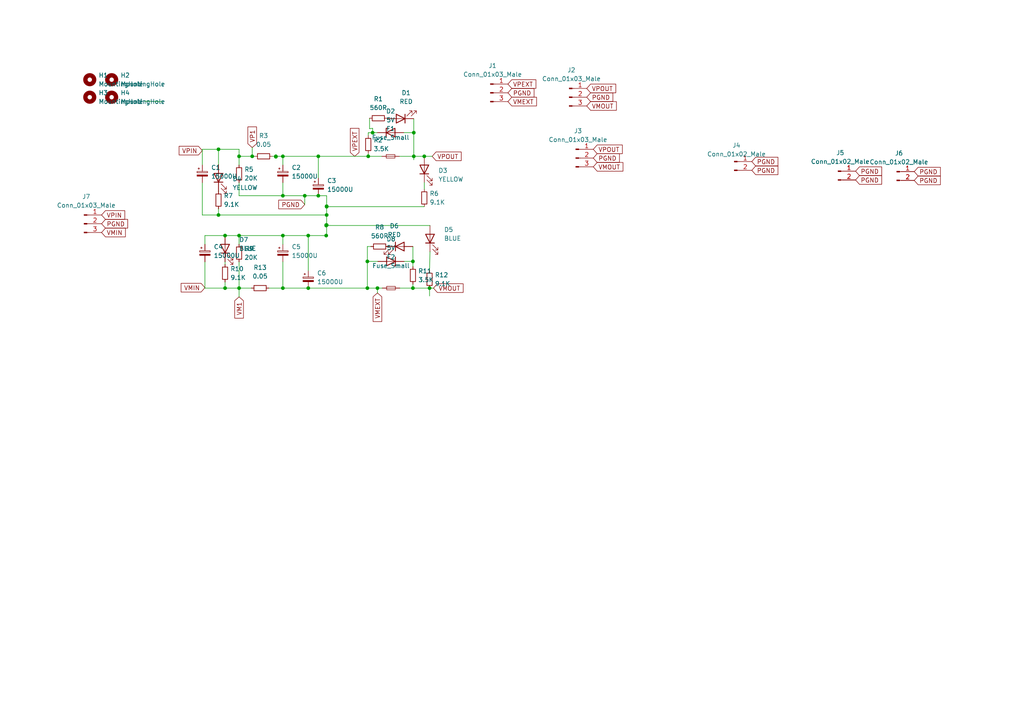
<source format=kicad_sch>
(kicad_sch (version 20211123) (generator eeschema)
  (paper "A4")
  (lib_symbols
    (symbol "Connector:Conn_01x02_Male" (pin_names (offset 1.016) hide)
      (property "Reference" "J" (at 0 2.54 0))
      (property "Value" "Conn_01x02_Male" (at 0 -5.08 0))
      (symbol "Conn_01x02_Male_1_1"
        (polyline (pts (xy 1.27 -2.54) (xy 0.8636 -2.54)) (stroke (width 0.1524)))
        (polyline (pts (xy 1.27 0) (xy 0.8636 0)) (stroke (width 0.1524)))
        (rectangle (start 0.8636 -2.413) (end 0 -2.667) (stroke (width 0.1524)) (fill (type outline)))
        (rectangle (start 0.8636 0.127) (end 0 -0.127) (stroke (width 0.1524)) (fill (type outline)))
        (pin passive line (at 5.08 0 180) (length 3.81) (name "Pin_1") (number "1"))
        (pin passive line (at 5.08 -2.54 180) (length 3.81) (name "Pin_2") (number "2"))
      )
    )
    (symbol "Connector:Conn_01x03_Male" (pin_names (offset 1.016) hide)
      (property "Reference" "J" (at 0 5.08 0))
      (property "Value" "Conn_01x03_Male" (at 0 -5.08 0))
      (symbol "Conn_01x03_Male_1_1"
        (polyline (pts (xy 1.27 -2.54) (xy 0.8636 -2.54)) (stroke (width 0.1524)))
        (polyline (pts (xy 1.27 0) (xy 0.8636 0)) (stroke (width 0.1524)))
        (polyline (pts (xy 1.27 2.54) (xy 0.8636 2.54)) (stroke (width 0.1524)))
        (rectangle (start 0.8636 -2.413) (end 0 -2.667) (stroke (width 0.1524)) (fill (type outline)))
        (rectangle (start 0.8636 0.127) (end 0 -0.127) (stroke (width 0.1524)) (fill (type outline)))
        (rectangle (start 0.8636 2.667) (end 0 2.413) (stroke (width 0.1524)) (fill (type outline)))
        (pin passive line (at 5.08 2.54 180) (length 3.81) (name "Pin_1") (number "1"))
        (pin passive line (at 5.08 0 180) (length 3.81) (name "Pin_2") (number "2"))
        (pin passive line (at 5.08 -2.54 180) (length 3.81) (name "Pin_3") (number "3"))
      )
    )
    (symbol "Device:C_Polarized_Small" (pin_numbers hide) (pin_names (offset 0.254) hide)
      (property "Reference" "C" (at 0.254 1.778 0))
      (property "Value" "C_Polarized_Small" (at 0.254 -2.032 0))
      (symbol "C_Polarized_Small_0_1"
        (rectangle (start -1.524 -0.3048) (end 1.524 -0.6858) (fill (type outline)))
        (rectangle (start -1.524 0.6858) (end 1.524 0.3048))
        (polyline (pts (xy -1.27 1.524) (xy -0.762 1.524)))
        (polyline (pts (xy -1.016 1.27) (xy -1.016 1.778)))
      )
      (symbol "C_Polarized_Small_1_1"
        (pin passive line (at 0 2.54 270) (length 1.8542) (name "~") (number "1"))
        (pin passive line (at 0 -2.54 90) (length 1.8542) (name "~") (number "2"))
      )
    )
    (symbol "Device:D_Zener" (pin_numbers hide) (pin_names (offset 1.016) hide)
      (property "Reference" "D" (at 0 2.54 0))
      (property "Value" "D_Zener" (at 0 -2.54 0))
      (symbol "D_Zener_0_1"
        (polyline (pts (xy 1.27 0) (xy -1.27 0)))
        (polyline (pts (xy -1.27 -1.27) (xy -1.27 1.27) (xy -0.762 1.27)) (stroke (width 0.254)))
        (polyline (pts (xy 1.27 -1.27) (xy 1.27 1.27) (xy -1.27 0) (xy 1.27 -1.27)) (stroke (width 0.254)))
      )
      (symbol "D_Zener_1_1"
        (pin passive line (at -3.81 0 0) (length 2.54) (name "K") (number "1"))
        (pin passive line (at 3.81 0 180) (length 2.54) (name "A") (number "2"))
      )
    )
    (symbol "Device:Fuse_Small" (pin_numbers hide) (pin_names (offset 0.254) hide)
      (property "Reference" "F" (at 0 -1.524 0))
      (property "Value" "Fuse_Small" (at 0 1.524 0))
      (symbol "Fuse_Small_0_1"
        (rectangle (start -1.27 0.508) (end 1.27 -0.508))
        (polyline (pts (xy -1.27 0) (xy 1.27 0)))
      )
      (symbol "Fuse_Small_1_1"
        (pin passive line (at -2.54 0 0) (length 1.27) (name "~") (number "1"))
        (pin passive line (at 2.54 0 180) (length 1.27) (name "~") (number "2"))
      )
    )
    (symbol "Device:LED" (pin_numbers hide) (pin_names (offset 1.016) hide)
      (property "Reference" "D" (at 0 2.54 0))
      (property "Value" "LED" (at 0 -2.54 0))
      (symbol "LED_0_1"
        (polyline (pts (xy -1.27 -1.27) (xy -1.27 1.27)) (stroke (width 0.254)))
        (polyline (pts (xy -1.27 0) (xy 1.27 0)))
        (polyline (pts (xy 1.27 -1.27) (xy 1.27 1.27) (xy -1.27 0) (xy 1.27 -1.27)) (stroke (width 0.254)))
        (polyline (pts (xy -3.048 -0.762) (xy -4.572 -2.286) (xy -3.81 -2.286) (xy -4.572 -2.286) (xy -4.572 -1.524)))
        (polyline (pts (xy -1.778 -0.762) (xy -3.302 -2.286) (xy -2.54 -2.286) (xy -3.302 -2.286) (xy -3.302 -1.524)))
      )
      (symbol "LED_1_1"
        (pin passive line (at -3.81 0 0) (length 2.54) (name "K") (number "1"))
        (pin passive line (at 3.81 0 180) (length 2.54) (name "A") (number "2"))
      )
    )
    (symbol "Device:R_Small" (pin_numbers hide) (pin_names (offset 0.254) hide)
      (property "Reference" "R" (at 0.762 0.508 0))
      (property "Value" "R_Small" (at 0.762 -1.016 0))
      (symbol "R_Small_0_1"
        (rectangle (start -0.762 1.778) (end 0.762 -1.778) (stroke (width 0.2032)))
      )
      (symbol "R_Small_1_1"
        (pin passive line (at 0 2.54 270) (length 0.762) (name "~") (number "1"))
        (pin passive line (at 0 -2.54 90) (length 0.762) (name "~") (number "2"))
      )
    )
    (symbol "Mechanical:MountingHole" (pin_names (offset 1.016))
      (property "Reference" "H" (at 0 5.08 0))
      (property "Value" "MountingHole" (at 0 3.175 0))
      (symbol "MountingHole_0_1"
        (circle (center 0 0) (radius 1.27) (stroke (width 1.27)))
      )
    )
  )
  (junction (at 106.553 83.566))
  (junction (at 94.615 65.278))
  (junction (at 65.278 68.326))
  (junction (at 69.342 68.326))
  (junction (at 123.063 45.339))
  (junction (at 92.329 45.339))
  (junction (at 94.742 65.278))
  (junction (at 94.742 59.817))
  (junction (at 80.01 45.339))
  (junction (at 89.408 83.566))
  (junction (at 69.342 45.339))
  (junction (at 120.015 45.339))
  (junction (at 108.077 38.481))
  (junction (at 73.152 45.339))
  (junction (at 94.742 62.357))
  (junction (at 119.761 75.819))
  (junction (at 82.042 83.566))
  (junction (at 88.392 56.769))
  (junction (at 63.373 43.307))
  (junction (at 109.474 83.566))
  (junction (at 120.015 38.481))
  (junction (at 82.042 45.339))
  (junction (at 82.042 68.326))
  (junction (at 94.615 68.326))
  (junction (at 89.408 68.326))
  (junction (at 82.042 56.769))
  (junction (at 65.278 83.566))
  (junction (at 69.342 83.566))
  (junction (at 80.01 45.466))
  (junction (at 92.329 56.769))
  (junction (at 106.807 45.339))
  (junction (at 124.587 83.566))
  (junction (at 94.615 65.405))
  (junction (at 94.742 59.944))
  (junction (at 106.553 75.819))
  (junction (at 119.761 83.566))
  (junction (at 63.373 62.357))
  (wire (pts (xy 59.436 68.326) (xy 65.278 68.326)))
  (wire (pts (xy 65.278 68.326) (xy 69.342 68.326)))
  (wire (pts (xy 94.742 59.817) (xy 94.742 59.944)))
  (wire (pts (xy 120.015 38.481) (xy 120.015 45.339)))
  (wire (pts (xy 119.761 75.819) (xy 119.761 77.343)))
  (wire (pts (xy 69.342 45.339) (xy 69.342 47.879)))
  (wire (pts (xy 82.042 68.326) (xy 89.408 68.326)))
  (wire (pts (xy 69.342 68.326) (xy 82.042 68.326)))
  (wire (pts (xy 65.278 83.566) (xy 69.342 83.566)))
  (wire (pts (xy 69.342 83.566) (xy 69.342 86.106)))
  (wire (pts (xy 89.408 78.486) (xy 89.408 68.326)))
  (wire (pts (xy 58.674 43.307) (xy 58.674 47.879)))
  (wire (pts (xy 107.188 37.338) (xy 108.077 37.211)))
  (wire (pts (xy 92.329 51.689) (xy 92.329 45.339)))
  (wire (pts (xy 117.221 75.819) (xy 119.761 75.819)))
  (wire (pts (xy 78.994 45.339) (xy 80.01 45.339)))
  (wire (pts (xy 63.373 47.752) (xy 63.373 43.307)))
  (wire (pts (xy 94.615 65.405) (xy 94.615 65.278)))
  (wire (pts (xy 106.807 38.481) (xy 106.807 39.37)))
  (wire (pts (xy 80.01 45.339) (xy 82.042 45.339)))
  (wire (pts (xy 123.063 45.339) (xy 125.349 45.339)))
  (wire (pts (xy 82.042 45.339) (xy 92.329 45.339)))
  (wire (pts (xy 117.094 38.481) (xy 120.015 38.481)))
  (wire (pts (xy 88.392 56.769) (xy 92.329 56.769)))
  (wire (pts (xy 58.674 43.307) (xy 63.373 43.307)))
  (wire (pts (xy 124.714 73.025) (xy 124.587 78.486)))
  (wire (pts (xy 82.042 56.769) (xy 82.042 52.959)))
  (wire (pts (xy 119.761 82.423) (xy 119.761 83.566)))
  (wire (pts (xy 109.601 75.819) (xy 106.553 75.819)))
  (wire (pts (xy 63.373 55.499) (xy 63.373 55.372)))
  (wire (pts (xy 124.587 83.566) (xy 124.587 85.852)))
  (wire (pts (xy 92.329 56.769) (xy 94.742 56.769)))
  (wire (pts (xy 92.329 45.339) (xy 106.807 45.339)))
  (wire (pts (xy 80.01 45.339) (xy 80.01 45.466)))
  (wire (pts (xy 106.553 83.566) (xy 109.474 83.566)))
  (wire (pts (xy 69.342 56.769) (xy 82.042 56.769)))
  (wire (pts (xy 106.807 45.339) (xy 110.744 45.339)))
  (wire (pts (xy 94.615 68.326) (xy 94.742 68.326)))
  (wire (pts (xy 109.474 83.566) (xy 110.871 83.566)))
  (wire (pts (xy 119.761 83.566) (xy 124.587 83.566)))
  (wire (pts (xy 106.807 38.481) (xy 108.077 38.481)))
  (wire (pts (xy 58.674 52.959) (xy 58.674 62.357)))
  (wire (pts (xy 59.436 83.566) (xy 65.278 83.566)))
  (wire (pts (xy 89.408 83.566) (xy 106.553 83.566)))
  (wire (pts (xy 94.742 56.769) (xy 94.742 59.817)))
  (wire (pts (xy 123.063 54.864) (xy 123.063 52.959)))
  (wire (pts (xy 58.674 62.357) (xy 63.373 62.357)))
  (wire (pts (xy 94.742 59.944) (xy 94.742 62.357)))
  (wire (pts (xy 63.373 43.307) (xy 69.342 43.307)))
  (wire (pts (xy 69.342 75.946) (xy 69.342 83.566)))
  (wire (pts (xy 65.278 75.946) (xy 65.278 76.708)))
  (wire (pts (xy 82.042 56.769) (xy 88.392 56.769)))
  (wire (pts (xy 94.742 62.357) (xy 94.742 65.278)))
  (wire (pts (xy 106.553 71.501) (xy 107.569 71.501)))
  (wire (pts (xy 77.978 83.566) (xy 82.042 83.566)))
  (wire (pts (xy 82.042 68.326) (xy 82.042 70.866)))
  (wire (pts (xy 88.392 56.769) (xy 88.392 59.309)))
  (wire (pts (xy 46.99 29.464) (xy 41.91 29.337)))
  (wire (pts (xy 112.141 71.501) (xy 112.649 71.501)))
  (wire (pts (xy 120.015 45.339) (xy 123.063 45.339)))
  (wire (pts (xy 63.373 60.579) (xy 63.373 62.357)))
  (wire (pts (xy 115.824 45.339) (xy 120.015 45.339)))
  (wire (pts (xy 65.278 81.788) (xy 65.278 83.566)))
  (wire (pts (xy 124.587 83.566) (xy 125.73 83.566)))
  (wire (pts (xy 122.174 81.407) (xy 122.174 81.788)))
  (wire (pts (xy 119.761 71.501) (xy 119.761 75.819)))
  (wire (pts (xy 59.436 70.866) (xy 59.436 68.326)))
  (wire (pts (xy 69.342 52.959) (xy 69.342 56.769)))
  (wire (pts (xy 69.342 43.307) (xy 69.342 45.339)))
  (wire (pts (xy 94.742 65.278) (xy 94.742 68.326)))
  (wire (pts (xy 73.152 45.339) (xy 73.914 45.339)))
  (wire (pts (xy 82.042 45.339) (xy 82.042 47.879)))
  (wire (pts (xy 94.742 59.944) (xy 123.063 59.944)))
  (wire (pts (xy 106.553 71.501) (xy 106.553 75.819)))
  (wire (pts (xy 109.474 83.566) (xy 109.474 84.963)))
  (wire (pts (xy 106.807 44.45) (xy 106.807 45.339)))
  (wire (pts (xy 108.077 38.481) (xy 109.474 38.481)))
  (wire (pts (xy 73.152 42.799) (xy 73.152 45.339)))
  (wire (pts (xy 107.188 34.29) (xy 107.188 37.338)))
  (wire (pts (xy 82.042 83.566) (xy 89.408 83.566)))
  (wire (pts (xy 106.553 75.819) (xy 106.553 83.566)))
  (wire (pts (xy 82.042 75.946) (xy 82.042 83.566)))
  (wire (pts (xy 108.077 37.211) (xy 108.077 38.481)))
  (wire (pts (xy 89.408 68.326) (xy 94.615 68.326)))
  (wire (pts (xy 120.015 45.339) (xy 120.015 46.355)))
  (wire (pts (xy 69.342 68.326) (xy 69.342 70.866)))
  (wire (pts (xy 63.373 62.357) (xy 94.742 62.357)))
  (wire (pts (xy 120.015 34.417) (xy 120.015 38.481)))
  (wire (pts (xy 94.615 65.278) (xy 94.742 65.278)))
  (wire (pts (xy 94.615 65.405) (xy 124.714 65.405)))
  (wire (pts (xy 59.436 75.946) (xy 59.436 83.566)))
  (wire (pts (xy 69.342 45.339) (xy 73.152 45.339)))
  (wire (pts (xy 115.951 83.566) (xy 119.761 83.566)))
  (wire (pts (xy 69.342 83.566) (xy 72.898 83.566)))
  (wire (pts (xy 112.395 34.417) (xy 112.268 34.29)))
  (global_label "VMEXT" (shape input) (at 109.474 84.963 270) (property "Intersheet References" "${INTERSHEET_REFS}" (effects hide)))
  (global_label "VMIN" (shape input) (at 59.436 83.439 180) (property "Intersheet References" "${INTERSHEET_REFS}" (effects hide)))
  (global_label "VP1" (shape input) (at 73.152 42.799 90) (property "Intersheet References" "${INTERSHEET_REFS}" (effects hide)))
  (global_label "PGND" (shape input) (at 170.18 28.194 0) (property "Intersheet References" "${INTERSHEET_REFS}" (effects hide)))
  (global_label "PGND" (shape input) (at 218.059 49.403 0) (property "Intersheet References" "${INTERSHEET_REFS}" (effects hide)))
  (global_label "VPOUT" (shape input) (at 170.18 25.654 0) (property "Intersheet References" "${INTERSHEET_REFS}" (effects hide)))
  (global_label "PGND" (shape input) (at 147.32 26.924 0) (property "Intersheet References" "${INTERSHEET_REFS}" (effects hide)))
  (global_label "VMOUT" (shape input) (at 125.73 83.566 0) (property "Intersheet References" "${INTERSHEET_REFS}" (effects hide)))
  (global_label "VPIN" (shape input) (at 29.464 62.357 0) (property "Intersheet References" "${INTERSHEET_REFS}" (effects hide)))
  (global_label "VPOUT" (shape input) (at 172.085 43.307 0) (property "Intersheet References" "${INTERSHEET_REFS}" (effects hide)))
  (global_label "VMEXT" (shape input) (at 147.32 29.464 0) (property "Intersheet References" "${INTERSHEET_REFS}" (effects hide)))
  (global_label "VPEXT" (shape input) (at 102.87 45.339 90) (property "Intersheet References" "${INTERSHEET_REFS}" (effects hide)))
  (global_label "VM1" (shape input) (at 69.342 86.106 270) (property "Intersheet References" "${INTERSHEET_REFS}" (effects hide)))
  (global_label "VPIN" (shape input) (at 58.674 43.688 180) (property "Intersheet References" "${INTERSHEET_REFS}" (effects hide)))
  (global_label "VMOUT" (shape input) (at 170.18 30.734 0) (property "Intersheet References" "${INTERSHEET_REFS}" (effects hide)))
  (global_label "PGND" (shape input) (at 248.158 52.197 0) (property "Intersheet References" "${INTERSHEET_REFS}" (effects hide)))
  (global_label "PGND" (shape input) (at 172.085 45.847 0) (property "Intersheet References" "${INTERSHEET_REFS}" (effects hide)))
  (global_label "PGND" (shape input) (at 265.176 52.324 0) (property "Intersheet References" "${INTERSHEET_REFS}" (effects hide)))
  (global_label "PGND" (shape input) (at 248.158 49.657 0) (property "Intersheet References" "${INTERSHEET_REFS}" (effects hide)))
  (global_label "VMOUT" (shape input) (at 172.085 48.387 0) (property "Intersheet References" "${INTERSHEET_REFS}" (effects hide)))
  (global_label "PGND" (shape input) (at 218.059 46.863 0) (property "Intersheet References" "${INTERSHEET_REFS}" (effects hide)))
  (global_label "PGND" (shape input) (at 265.176 49.784 0) (property "Intersheet References" "${INTERSHEET_REFS}" (effects hide)))
  (global_label "PGND" (shape input) (at 88.392 59.309 180) (property "Intersheet References" "${INTERSHEET_REFS}" (effects hide)))
  (global_label "VPEXT" (shape input) (at 147.32 24.384 0) (property "Intersheet References" "${INTERSHEET_REFS}" (effects hide)))
  (global_label "VMIN" (shape input) (at 29.464 67.437 0) (property "Intersheet References" "${INTERSHEET_REFS}" (effects hide)))
  (global_label "PGND" (shape input) (at 29.464 64.897 0) (property "Intersheet References" "${INTERSHEET_REFS}" (effects hide)))
  (global_label "VPOUT" (shape input) (at 125.349 45.339 0) (property "Intersheet References" "${INTERSHEET_REFS}" (effects hide)))
  (symbol (lib_id "Device:LED") (at 115.951 71.501 0) (unit 1)
    (property "Reference" "D6" (at 114.3635 65.532 0))
    (property "Value" "RED" (at 114.3635 68.072 0))
    (property "Footprint" "LED_SMD:LED_0805_2012Metric_Pad1.15x1.40mm_HandSolder" (effects hide))
  )
  (symbol (lib_id "Device:R_Small") (at 75.438 83.566 90) (unit 1)
    (property "Reference" "R13" (at 75.438 77.597 90))
    (property "Value" "0.05" (at 75.438 80.137 90))
    (property "Footprint" "Resistor_SMD:R_0612_1632Metric_Pad1.18x3.40mm_HandSolder" (effects hide))
  )
  (symbol (lib_id "Connector:Conn_01x02_Male") (at 243.078 49.657 0) (unit 1)
    (property "Reference" "J5" (at 243.713 44.323 0))
    (property "Value" "Conn_01x02_Male" (at 243.713 46.863 0))
    (property "Footprint" "Connector_JST:JST_PH_B2B-PH-K_1x02_P2.00mm_Vertical" (effects hide))
  )
  (symbol (lib_id "Connector:Conn_01x03_Male") (at 142.24 26.924 0) (unit 1)
    (property "Reference" "J1" (at 142.875 19.05 0))
    (property "Value" "Conn_01x03_Male" (at 142.875 21.59 0))
    (property "Footprint" "Connector_JST:JST_VH_B3P-VH_1x03_P3.96mm_Vertical" (effects hide))
  )
  (symbol (lib_id "Device:C_Polarized_Small") (at 82.042 73.406 0) (unit 1)
    (property "Reference" "C5" (at 84.582 71.5898 0) (effects (justify left)))
    (property "Value" "15000U" (at 84.582 74.1298 0) (effects (justify left)))
    (property "Footprint" "Capacitor_THT:CP_Radial_D30.0mm_P10.00mm_SnapIn" (effects hide))
  )
  (symbol (lib_id "Device:R_Small") (at 123.063 57.404 0) (unit 1)
    (property "Reference" "R6" (at 124.587 56.1339 0) (effects (justify left)))
    (property "Value" "9.1K" (at 124.587 58.6739 0) (effects (justify left)))
    (property "Footprint" "Resistor_SMD:R_0805_2012Metric_Pad1.20x1.40mm_HandSolder" (effects hide))
  )
  (symbol (lib_id "Mechanical:MountingHole") (at 26.035 28.194 0) (unit 1)
    (property "Reference" "H3" (at 28.575 26.9239 0) (effects (justify left)))
    (property "Value" "MountingHole" (at 28.575 29.4639 0) (effects (justify left)))
    (property "Footprint" "MountingHole:MountingHole_3mm" (effects hide))
  )
  (symbol (lib_id "Device:D_Zener") (at 113.411 75.819 180) (unit 1)
    (property "Reference" "D8" (at 113.411 69.342 0))
    (property "Value" "5V" (at 113.411 71.882 0))
    (property "Footprint" "Diode_SMD:D_MELF" (effects hide))
  )
  (symbol (lib_id "Connector:Conn_01x03_Male") (at 165.1 28.194 0) (unit 1)
    (property "Reference" "J2" (at 165.735 20.32 0))
    (property "Value" "Conn_01x03_Male" (at 165.735 22.86 0))
    (property "Footprint" "Connector_JST:JST_VH_B3P-VH_1x03_P3.96mm_Vertical" (effects hide))
  )
  (symbol (lib_id "Connector:Conn_01x03_Male") (at 24.384 64.897 0) (unit 1)
    (property "Reference" "J7" (at 25.019 57.023 0))
    (property "Value" "Conn_01x03_Male" (at 25.019 59.563 0))
    (property "Footprint" "Connector_JST:JST_VH_B3P-VH_1x03_P3.96mm_Vertical" (effects hide))
  )
  (symbol (lib_id "Device:R_Small") (at 110.109 71.501 90) (unit 1)
    (property "Reference" "R8" (at 110.109 65.913 90))
    (property "Value" "560R" (at 110.109 68.453 90))
    (property "Footprint" "Resistor_SMD:R_0805_2012Metric_Pad1.20x1.40mm_HandSolder" (effects hide))
  )
  (symbol (lib_id "Device:LED") (at 116.205 34.417 180) (unit 1)
    (property "Reference" "D1" (at 117.7925 26.924 0))
    (property "Value" "RED" (at 117.7925 29.464 0))
    (property "Footprint" "LED_SMD:LED_0805_2012Metric_Pad1.15x1.40mm_HandSolder" (effects hide))
  )
  (symbol (lib_id "Mechanical:MountingHole") (at 26.035 23.114 0) (unit 1)
    (property "Reference" "H1" (at 28.575 21.8439 0) (effects (justify left)))
    (property "Value" "MountingHole" (at 28.575 24.3839 0) (effects (justify left)))
    (property "Footprint" "MountingHole:MountingHole_3mm" (effects hide))
  )
  (symbol (lib_id "Device:C_Polarized_Small") (at 58.674 50.419 0) (unit 1)
    (property "Reference" "C1" (at 61.214 48.6028 0) (effects (justify left)))
    (property "Value" "15000U" (at 61.214 51.1428 0) (effects (justify left)))
    (property "Footprint" "Capacitor_THT:CP_Radial_D30.0mm_P10.00mm_SnapIn" (effects hide))
  )
  (symbol (lib_id "Device:C_Polarized_Small") (at 59.436 73.406 0) (unit 1)
    (property "Reference" "C4" (at 61.976 71.5898 0) (effects (justify left)))
    (property "Value" "15000U" (at 61.976 74.1298 0) (effects (justify left)))
    (property "Footprint" "Capacitor_THT:CP_Radial_D30.0mm_P10.00mm_SnapIn" (effects hide))
  )
  (symbol (lib_id "Device:R_Small") (at 119.761 79.883 180) (unit 1)
    (property "Reference" "R11" (at 121.285 78.6129 0) (effects (justify right)))
    (property "Value" "3.5K" (at 121.285 81.1529 0) (effects (justify right)))
    (property "Footprint" "Resistor_SMD:R_1206_3216Metric_Pad1.30x1.75mm_HandSolder" (effects hide))
  )
  (symbol (lib_id "Device:Fuse_Small") (at 113.411 83.566 0) (unit 1)
    (property "Reference" "F2" (at 113.411 74.549 0))
    (property "Value" "Fuse_Small" (at 113.411 77.089 0))
    (property "Footprint" "Fuse:5x20mm AliExpress 250V 6A" (effects hide))
  )
  (symbol (lib_id "Connector:Conn_01x02_Male") (at 212.979 46.863 0) (unit 1)
    (property "Reference" "J4" (at 213.614 42.164 0))
    (property "Value" "Conn_01x02_Male" (at 213.614 44.704 0))
    (property "Footprint" "Connector_JST:JST_PH_B2B-PH-K_1x02_P2.00mm_Vertical" (effects hide))
  )
  (symbol (lib_id "Device:R_Small") (at 124.587 81.026 0) (unit 1)
    (property "Reference" "R12" (at 126.111 79.7559 0) (effects (justify left)))
    (property "Value" "9.1K" (at 126.111 82.2959 0) (effects (justify left)))
    (property "Footprint" "Resistor_SMD:R_0805_2012Metric_Pad1.20x1.40mm_HandSolder" (effects hide))
  )
  (symbol (lib_id "Device:C_Polarized_Small") (at 82.042 50.419 0) (unit 1)
    (property "Reference" "C2" (at 84.582 48.6028 0) (effects (justify left)))
    (property "Value" "15000U" (at 84.582 51.1428 0) (effects (justify left)))
    (property "Footprint" "Capacitor_THT:CP_Radial_D30.0mm_P10.00mm_SnapIn" (effects hide))
  )
  (symbol (lib_id "Device:LED") (at 123.063 49.149 90) (unit 1)
    (property "Reference" "D3" (at 127.127 49.4664 90) (effects (justify right)))
    (property "Value" "YELLOW" (at 127.127 52.0064 90) (effects (justify right)))
    (property "Footprint" "LED_SMD:LED_0805_2012Metric_Pad1.15x1.40mm_HandSolder" (effects hide))
  )
  (symbol (lib_id "Device:R_Small") (at 69.342 50.419 0) (unit 1)
    (property "Reference" "R5" (at 70.866 49.1489 0) (effects (justify left)))
    (property "Value" "20K" (at 70.866 51.6889 0) (effects (justify left)))
    (property "Footprint" "Resistor_SMD:R_0805_2012Metric_Pad1.20x1.40mm_HandSolder" (effects hide))
  )
  (symbol (lib_id "Device:R_Small") (at 63.373 58.039 0) (unit 1)
    (property "Reference" "R7" (at 64.897 56.7689 0) (effects (justify left)))
    (property "Value" "9.1K" (at 64.897 59.3089 0) (effects (justify left)))
    (property "Footprint" "Resistor_SMD:R_0805_2012Metric_Pad1.20x1.40mm_HandSolder" (effects hide))
  )
  (symbol (lib_id "Device:LED") (at 63.373 51.562 90) (unit 1)
    (property "Reference" "D4" (at 67.437 51.8794 90) (effects (justify right)))
    (property "Value" "YELLOW" (at 67.437 54.4194 90) (effects (justify right)))
    (property "Footprint" "LED_SMD:LED_0805_2012Metric_Pad1.15x1.40mm_HandSolder" (effects hide))
  )
  (symbol (lib_id "Device:R_Small") (at 109.728 34.29 90) (unit 1)
    (property "Reference" "R1" (at 109.728 28.702 90))
    (property "Value" "560R" (at 109.728 31.242 90))
    (property "Footprint" "Resistor_SMD:R_0805_2012Metric_Pad1.20x1.40mm_HandSolder" (effects hide))
  )
  (symbol (lib_id "Device:R_Small") (at 76.454 45.339 90) (unit 1)
    (property "Reference" "R3" (at 76.454 39.37 90))
    (property "Value" "0.05" (at 76.454 41.91 90))
    (property "Footprint" "Resistor_SMD:R_0612_1632Metric_Pad1.18x3.40mm_HandSolder" (effects hide))
  )
  (symbol (lib_id "Device:D_Zener") (at 113.284 38.481 0) (unit 1)
    (property "Reference" "D2" (at 113.284 32.258 0))
    (property "Value" "5V" (at 113.284 34.798 0))
    (property "Footprint" "Diode_SMD:D_MELF" (effects hide))
  )
  (symbol (lib_id "Mechanical:MountingHole") (at 32.385 28.194 0) (unit 1)
    (property "Reference" "H4" (at 34.925 26.9239 0) (effects (justify left)))
    (property "Value" "MountingHole" (at 34.925 29.4639 0) (effects (justify left)))
    (property "Footprint" "MountingHole:MountingHole_3.2mm_M3" (effects hide))
  )
  (symbol (lib_id "Device:C_Polarized_Small") (at 89.408 81.026 0) (unit 1)
    (property "Reference" "C6" (at 91.948 79.2098 0) (effects (justify left)))
    (property "Value" "15000U" (at 91.948 81.7498 0) (effects (justify left)))
    (property "Footprint" "Capacitor_THT:CP_Radial_D30.0mm_P10.00mm_SnapIn" (effects hide))
  )
  (symbol (lib_id "Device:R_Small") (at 69.342 73.406 0) (unit 1)
    (property "Reference" "R9" (at 70.866 72.1359 0) (effects (justify left)))
    (property "Value" "20K" (at 70.866 74.6759 0) (effects (justify left)))
    (property "Footprint" "Resistor_SMD:R_0805_2012Metric_Pad1.20x1.40mm_HandSolder" (effects hide))
  )
  (symbol (lib_id "Device:C_Polarized_Small") (at 92.329 54.229 0) (unit 1)
    (property "Reference" "C3" (at 94.869 52.4128 0) (effects (justify left)))
    (property "Value" "15000U" (at 94.869 54.9528 0) (effects (justify left)))
    (property "Footprint" "Capacitor_THT:CP_Radial_D30.0mm_P10.00mm_SnapIn" (effects hide))
  )
  (symbol (lib_id "Connector:Conn_01x02_Male") (at 260.096 49.784 0) (unit 1)
    (property "Reference" "J6" (at 260.731 44.45 0))
    (property "Value" "Conn_01x02_Male" (at 260.731 46.99 0))
    (property "Footprint" "Connector_JST:JST_VH_B2P-VH-B_1x02_P3.96mm_Vertical" (effects hide))
  )
  (symbol (lib_id "Mechanical:MountingHole") (at 32.385 23.114 0) (unit 1)
    (property "Reference" "H2" (at 34.925 21.8439 0) (effects (justify left)))
    (property "Value" "MountingHole" (at 34.925 24.3839 0) (effects (justify left)))
    (property "Footprint" "MountingHole:MountingHole_3.2mm_M3" (effects hide))
  )
  (symbol (lib_id "Device:LED") (at 124.714 69.215 90) (unit 1)
    (property "Reference" "D5" (at 128.778 66.6114 90) (effects (justify right)))
    (property "Value" "BLUE" (at 128.778 69.1514 90) (effects (justify right)))
    (property "Footprint" "LED_SMD:LED_0805_2012Metric_Pad1.15x1.40mm_HandSolder" (effects hide))
  )
  (symbol (lib_id "Device:R_Small") (at 65.278 79.248 0) (unit 1)
    (property "Reference" "R10" (at 66.802 77.9779 0) (effects (justify left)))
    (property "Value" "9.1K" (at 66.802 80.5179 0) (effects (justify left)))
    (property "Footprint" "Resistor_SMD:R_0805_2012Metric_Pad1.20x1.40mm_HandSolder" (effects hide))
  )
  (symbol (lib_id "Device:Fuse_Small") (at 113.284 45.339 0) (unit 1)
    (property "Reference" "F1" (at 113.284 37.338 0))
    (property "Value" "Fuse_Small" (at 113.284 39.878 0))
    (property "Footprint" "Fuse:5x20mm AliExpress 250V 6A" (effects hide))
  )
  (symbol (lib_id "Device:R_Small") (at 106.807 41.91 180) (unit 1)
    (property "Reference" "R2" (at 108.331 40.6399 0) (effects (justify right)))
    (property "Value" "3.5K" (at 108.331 43.1799 0) (effects (justify right)))
    (property "Footprint" "Resistor_SMD:R_1206_3216Metric_Pad1.30x1.75mm_HandSolder" (effects hide))
  )
  (symbol (lib_id "Connector:Conn_01x03_Male") (at 167.005 45.847 0) (unit 1)
    (property "Reference" "J3" (at 167.64 37.973 0))
    (property "Value" "Conn_01x03_Male" (at 167.64 40.513 0))
    (property "Footprint" "Connector_JST:JST_VH_B3P-VH_1x03_P3.96mm_Vertical" (effects hide))
  )
  (symbol (lib_id "Device:LED") (at 65.278 72.136 90) (unit 1)
    (property "Reference" "D7" (at 69.342 69.5324 90) (effects (justify right)))
    (property "Value" "BLUE" (at 69.342 72.0724 90) (effects (justify right)))
    (property "Footprint" "LED_SMD:LED_0805_2012Metric_Pad1.15x1.40mm_HandSolder" (effects hide))
  )
)
</source>
